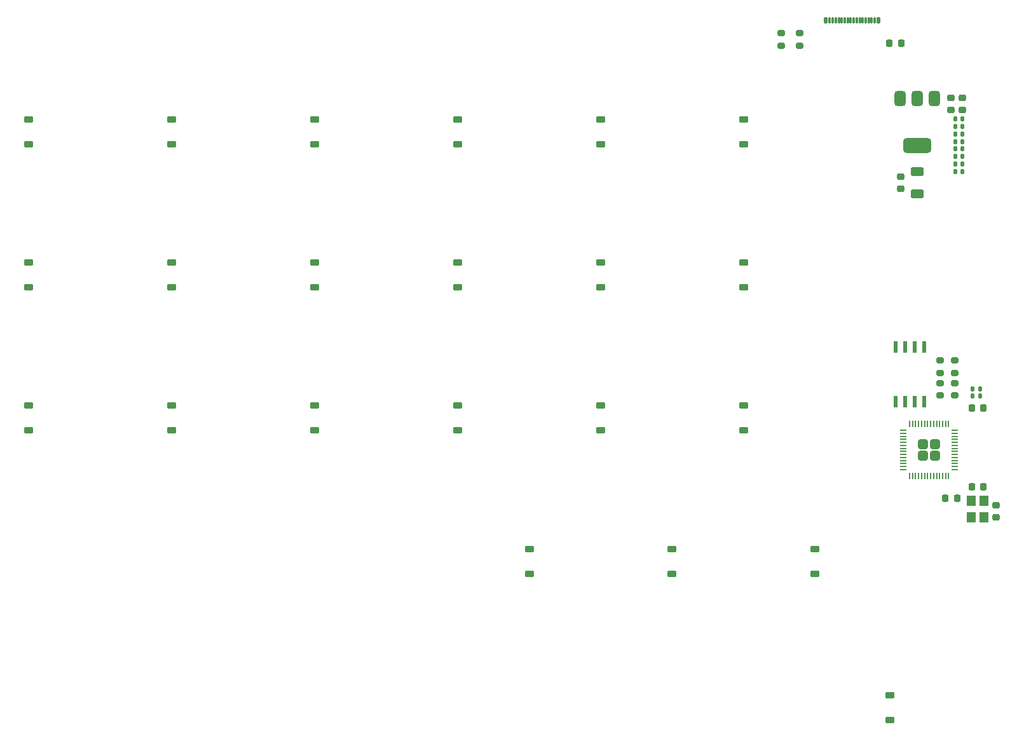
<source format=gtp>
%TF.GenerationSoftware,KiCad,Pcbnew,9.0.0*%
%TF.CreationDate,2025-03-25T02:03:39+09:00*%
%TF.ProjectId,keyboard,6b657962-6f61-4726-942e-6b696361645f,rev?*%
%TF.SameCoordinates,Original*%
%TF.FileFunction,Paste,Top*%
%TF.FilePolarity,Positive*%
%FSLAX46Y46*%
G04 Gerber Fmt 4.6, Leading zero omitted, Abs format (unit mm)*
G04 Created by KiCad (PCBNEW 9.0.0) date 2025-03-25 02:03:39*
%MOMM*%
%LPD*%
G01*
G04 APERTURE LIST*
G04 Aperture macros list*
%AMRoundRect*
0 Rectangle with rounded corners*
0 $1 Rounding radius*
0 $2 $3 $4 $5 $6 $7 $8 $9 X,Y pos of 4 corners*
0 Add a 4 corners polygon primitive as box body*
4,1,4,$2,$3,$4,$5,$6,$7,$8,$9,$2,$3,0*
0 Add four circle primitives for the rounded corners*
1,1,$1+$1,$2,$3*
1,1,$1+$1,$4,$5*
1,1,$1+$1,$6,$7*
1,1,$1+$1,$8,$9*
0 Add four rect primitives between the rounded corners*
20,1,$1+$1,$2,$3,$4,$5,0*
20,1,$1+$1,$4,$5,$6,$7,0*
20,1,$1+$1,$6,$7,$8,$9,0*
20,1,$1+$1,$8,$9,$2,$3,0*%
G04 Aperture macros list end*
%ADD10R,1.200000X1.400000*%
%ADD11RoundRect,0.225000X0.225000X0.250000X-0.225000X0.250000X-0.225000X-0.250000X0.225000X-0.250000X0*%
%ADD12RoundRect,0.225000X0.250000X-0.225000X0.250000X0.225000X-0.250000X0.225000X-0.250000X-0.225000X0*%
%ADD13RoundRect,0.225000X-0.250000X0.225000X-0.250000X-0.225000X0.250000X-0.225000X0.250000X0.225000X0*%
%ADD14RoundRect,0.225000X0.375000X-0.225000X0.375000X0.225000X-0.375000X0.225000X-0.375000X-0.225000X0*%
%ADD15RoundRect,0.250000X0.625000X-0.312500X0.625000X0.312500X-0.625000X0.312500X-0.625000X-0.312500X0*%
%ADD16RoundRect,0.140000X-0.140000X-0.170000X0.140000X-0.170000X0.140000X0.170000X-0.140000X0.170000X0*%
%ADD17RoundRect,0.375000X-0.375000X0.625000X-0.375000X-0.625000X0.375000X-0.625000X0.375000X0.625000X0*%
%ADD18RoundRect,0.500000X-1.400000X0.500000X-1.400000X-0.500000X1.400000X-0.500000X1.400000X0.500000X0*%
%ADD19RoundRect,0.200000X0.275000X-0.200000X0.275000X0.200000X-0.275000X0.200000X-0.275000X-0.200000X0*%
%ADD20RoundRect,0.200000X-0.275000X0.200000X-0.275000X-0.200000X0.275000X-0.200000X0.275000X0.200000X0*%
%ADD21R,0.533400X1.524000*%
%ADD22RoundRect,0.070000X0.070000X0.345000X-0.070000X0.345000X-0.070000X-0.345000X0.070000X-0.345000X0*%
%ADD23RoundRect,0.112500X0.112500X0.302500X-0.112500X0.302500X-0.112500X-0.302500X0.112500X-0.302500X0*%
%ADD24RoundRect,0.249999X-0.395001X-0.395001X0.395001X-0.395001X0.395001X0.395001X-0.395001X0.395001X0*%
%ADD25RoundRect,0.050000X-0.387500X-0.050000X0.387500X-0.050000X0.387500X0.050000X-0.387500X0.050000X0*%
%ADD26RoundRect,0.050000X-0.050000X-0.387500X0.050000X-0.387500X0.050000X0.387500X-0.050000X0.387500X0*%
%ADD27RoundRect,0.225000X-0.225000X-0.250000X0.225000X-0.250000X0.225000X0.250000X-0.225000X0.250000X0*%
G04 APERTURE END LIST*
D10*
%TO.C,Y1*%
X202150000Y-116100000D03*
X202150000Y-113900000D03*
X203850000Y-113900000D03*
X203850000Y-116100000D03*
%TD*%
D11*
%TO.C,R7*%
X200275000Y-113500000D03*
X198725000Y-113500000D03*
%TD*%
D12*
%TO.C,R6*%
X192750000Y-72275000D03*
X192750000Y-70725000D03*
%TD*%
D13*
%TO.C,C15*%
X205500000Y-114500000D03*
X205500000Y-116050000D03*
%TD*%
D14*
%TO.C,D12*%
X171901000Y-85399000D03*
X171901000Y-82099000D03*
%TD*%
%TO.C,D9*%
X114751000Y-85399000D03*
X114751000Y-82099000D03*
%TD*%
D15*
%TO.C,R5*%
X195000000Y-72962500D03*
X195000000Y-70037500D03*
%TD*%
D14*
%TO.C,D6*%
X171901000Y-66349000D03*
X171901000Y-63049000D03*
%TD*%
%TO.C,D20*%
X162321000Y-123574000D03*
X162321000Y-120274000D03*
%TD*%
%TO.C,D3*%
X114751000Y-66349000D03*
X114751000Y-63049000D03*
%TD*%
D16*
%TO.C,C11*%
X202356515Y-99934649D03*
X203316515Y-99934649D03*
%TD*%
D14*
%TO.C,D13*%
X76651000Y-104449000D03*
X76651000Y-101149000D03*
%TD*%
D17*
%TO.C,U2*%
X197300000Y-60274000D03*
X195000000Y-60274000D03*
D18*
X195000000Y-66574000D03*
D17*
X192700000Y-60274000D03*
%TD*%
D19*
%TO.C,R9*%
X200000000Y-99825000D03*
X200000000Y-98175000D03*
%TD*%
D20*
%TO.C,R2*%
X176821000Y-51599000D03*
X176821000Y-53249000D03*
%TD*%
D14*
%TO.C,D1*%
X76651000Y-66394000D03*
X76651000Y-63094000D03*
%TD*%
D21*
%TO.C,U3*%
X192095000Y-100644900D03*
X193365000Y-100644900D03*
X194635000Y-100644900D03*
X195905000Y-100644900D03*
X195905000Y-93355100D03*
X194635000Y-93355100D03*
X193365000Y-93355100D03*
X192095000Y-93355100D03*
%TD*%
D12*
%TO.C,C10*%
X201000000Y-61775000D03*
X201000000Y-60225000D03*
%TD*%
D14*
%TO.C,D21*%
X181321000Y-123574000D03*
X181321000Y-120274000D03*
%TD*%
D16*
%TO.C,C4*%
X200020000Y-67000000D03*
X200980000Y-67000000D03*
%TD*%
D22*
%TO.C,J1*%
X189321000Y-49874000D03*
X188521000Y-49874000D03*
X187721000Y-49874000D03*
X186921000Y-49874000D03*
X186521000Y-49874000D03*
X186121000Y-49874000D03*
X184521000Y-49874000D03*
X183721000Y-49874000D03*
X183321000Y-49874000D03*
X184121000Y-49874000D03*
X184921000Y-49874000D03*
X185321000Y-49874000D03*
X185721000Y-49874000D03*
X187321000Y-49874000D03*
X188121000Y-49874000D03*
X188921000Y-49874000D03*
D23*
X189836000Y-49874000D03*
X182806000Y-49874000D03*
%TD*%
D16*
%TO.C,C14*%
X200020000Y-66000000D03*
X200980000Y-66000000D03*
%TD*%
D14*
%TO.C,D17*%
X152851000Y-104449000D03*
X152851000Y-101149000D03*
%TD*%
%TO.C,D5*%
X152851000Y-66349000D03*
X152851000Y-63049000D03*
%TD*%
%TO.C,D19*%
X143321000Y-123574000D03*
X143321000Y-120274000D03*
%TD*%
D20*
%TO.C,R1*%
X179321000Y-51599000D03*
X179321000Y-53249000D03*
%TD*%
D19*
%TO.C,R8*%
X198000000Y-99825000D03*
X198000000Y-98175000D03*
%TD*%
D14*
%TO.C,D11*%
X152851000Y-85399000D03*
X152851000Y-82099000D03*
%TD*%
%TO.C,D4*%
X133801000Y-66349000D03*
X133801000Y-63049000D03*
%TD*%
D16*
%TO.C,C6*%
X200020000Y-69000000D03*
X200980000Y-69000000D03*
%TD*%
D24*
%TO.C,U1*%
X195762500Y-106300000D03*
X195762500Y-107900000D03*
X197362500Y-106300000D03*
X197362500Y-107900000D03*
D25*
X193125000Y-104500000D03*
X193125000Y-104900000D03*
X193125000Y-105300000D03*
X193125000Y-105700000D03*
X193125000Y-106100000D03*
X193125000Y-106500000D03*
X193125000Y-106900000D03*
X193125000Y-107300000D03*
X193125000Y-107700000D03*
X193125000Y-108100000D03*
X193125000Y-108500000D03*
X193125000Y-108900000D03*
X193125000Y-109300000D03*
X193125000Y-109700000D03*
D26*
X193962500Y-110537500D03*
X194362500Y-110537500D03*
X194762500Y-110537500D03*
X195162500Y-110537500D03*
X195562500Y-110537500D03*
X195962500Y-110537500D03*
X196362500Y-110537500D03*
X196762500Y-110537500D03*
X197162500Y-110537500D03*
X197562500Y-110537500D03*
X197962500Y-110537500D03*
X198362500Y-110537500D03*
X198762500Y-110537500D03*
X199162500Y-110537500D03*
D25*
X200000000Y-109700000D03*
X200000000Y-109300000D03*
X200000000Y-108900000D03*
X200000000Y-108500000D03*
X200000000Y-108100000D03*
X200000000Y-107700000D03*
X200000000Y-107300000D03*
X200000000Y-106900000D03*
X200000000Y-106500000D03*
X200000000Y-106100000D03*
X200000000Y-105700000D03*
X200000000Y-105300000D03*
X200000000Y-104900000D03*
X200000000Y-104500000D03*
D26*
X199162500Y-103662500D03*
X198762500Y-103662500D03*
X198362500Y-103662500D03*
X197962500Y-103662500D03*
X197562500Y-103662500D03*
X197162500Y-103662500D03*
X196762500Y-103662500D03*
X196362500Y-103662500D03*
X195962500Y-103662500D03*
X195562500Y-103662500D03*
X195162500Y-103662500D03*
X194762500Y-103662500D03*
X194362500Y-103662500D03*
X193962500Y-103662500D03*
%TD*%
D19*
%TO.C,R3*%
X200000000Y-96825000D03*
X200000000Y-95175000D03*
%TD*%
D14*
%TO.C,D7*%
X76651000Y-85399000D03*
X76651000Y-82099000D03*
%TD*%
%TO.C,D18*%
X171901000Y-104449000D03*
X171901000Y-101149000D03*
%TD*%
%TO.C,D15*%
X114751000Y-104449000D03*
X114751000Y-101149000D03*
%TD*%
D16*
%TO.C,C12*%
X202356515Y-98934649D03*
X203316515Y-98934649D03*
%TD*%
D14*
%TO.C,D8*%
X95701000Y-85399000D03*
X95701000Y-82099000D03*
%TD*%
%TO.C,D2*%
X95701000Y-66349000D03*
X95701000Y-63049000D03*
%TD*%
D12*
%TO.C,C2*%
X199500000Y-61775000D03*
X199500000Y-60225000D03*
%TD*%
D16*
%TO.C,C9*%
X200020000Y-64000000D03*
X200980000Y-64000000D03*
%TD*%
D27*
%TO.C,C13*%
X202260515Y-101510649D03*
X203810515Y-101510649D03*
%TD*%
D16*
%TO.C,C8*%
X200020000Y-68000000D03*
X200980000Y-68000000D03*
%TD*%
D14*
%TO.C,D22*%
X191321000Y-143074000D03*
X191321000Y-139774000D03*
%TD*%
D16*
%TO.C,C3*%
X200020000Y-63000000D03*
X200980000Y-63000000D03*
%TD*%
D27*
%TO.C,C1*%
X191271000Y-52924000D03*
X192821000Y-52924000D03*
%TD*%
D11*
%TO.C,C16*%
X203775000Y-112000000D03*
X202225000Y-112000000D03*
%TD*%
D14*
%TO.C,D16*%
X133801000Y-104449000D03*
X133801000Y-101149000D03*
%TD*%
D19*
%TO.C,R4*%
X198000000Y-96825000D03*
X198000000Y-95175000D03*
%TD*%
D14*
%TO.C,D10*%
X133801000Y-85399000D03*
X133801000Y-82099000D03*
%TD*%
%TO.C,D14*%
X95701000Y-104449000D03*
X95701000Y-101149000D03*
%TD*%
D16*
%TO.C,C5*%
X200020000Y-70000000D03*
X200980000Y-70000000D03*
%TD*%
%TO.C,C7*%
X200020000Y-65000000D03*
X200980000Y-65000000D03*
%TD*%
M02*

</source>
